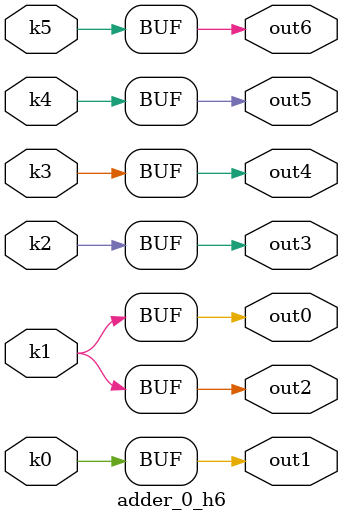
<source format=v>
module adder_0(pi00, pi01, pi02, pi03, pi04, pi05, pi06, pi07, pi08, pi09, pi10, po0, po1, po2, po3, po4, po5, po6);
input pi00, pi01, pi02, pi03, pi04, pi05, pi06, pi07, pi08, pi09, pi10;
output po0, po1, po2, po3, po4, po5, po6;
wire k0, k1, k2, k3, k4, k5;
adder_0_w6 DUT1 (pi00, pi01, pi02, pi03, pi04, pi05, pi06, pi07, pi08, pi09, pi10, k0, k1, k2, k3, k4, k5);
adder_0_h6 DUT2 (k0, k1, k2, k3, k4, k5, po0, po1, po2, po3, po4, po5, po6);
endmodule

module adder_0_w6(in10, in9, in8, in7, in6, in5, in4, in3, in2, in1, in0, k5, k4, k3, k2, k1, k0);
input in10, in9, in8, in7, in6, in5, in4, in3, in2, in1, in0;
output k5, k4, k3, k2, k1, k0;
assign k0 =   ((~in6 | ~in2) & (((~in7 | ~in3) & (((~in9 | ~in5) & ((~in1 & ((~in10 & (~in4 | ~in8)) | (in0 & ~in8))) | (in0 & ~in4))) | (~in4 & (~in8 | (~in9 & ~in5))) | (~in9 & ~in5 & ~in8))) | (~in7 & ~in3))) | (~in6 & ~in2);
assign k1 =   ((in6 ^ in2) & (((in7 | in3) & (((in9 | in5) & ((~in0 & ((in10 & (in4 | in8)) | (in1 & in8))) | (in1 & in4))) | (in4 & (in8 | (in9 & in5))) | (in9 & in5 & in8))) | (in7 & in3))) | ((~in6 ^ in2) & ((~in7 & ~in3) | ((~in7 | ~in3) & (((~in9 | ~in5) & ((~in1 & ((~in10 & (~in4 | ~in8)) | (in0 & ~in8))) | (in0 & ~in4))) | (~in4 & (~in8 | (~in9 & ~in5))) | (~in9 & ~in5 & ~in8)))));
assign k2 =   ((in7 ^ in3) & (((in9 | in5) & ((~in0 & ((in10 & (in4 | in8)) | (in1 & in8))) | (in1 & in4))) | (in4 & (in8 | (in9 & in5))) | (in9 & in5 & in8))) | ((~in7 ^ in3) & (((~in9 | ~in5) & ((~in1 & ((~in10 & (~in4 | ~in8)) | (in0 & ~in8))) | (in0 & ~in4))) | (~in4 & (~in8 | (~in9 & ~in5))) | (~in9 & ~in5 & ~in8)));
assign k3 =   ((in4 ^ in8) & ((in10 & ~in0 & (in9 | in5)) | (in9 & in5))) | (in1 & (in9 | in5) & ((in4 & ~in8) | (~in0 & ~in4 & in8))) | ((~in4 ^ in8) & ((~in9 & ~in5) | (~in10 & ~in1 & (~in9 | ~in5)))) | (in0 & (~in9 | ~in5) & ((~in4 & ~in8) | (~in1 & in4 & in8)));
assign k4 =   (~in0 & (in9 ^ in5) & (in10 | in1)) | (~in1 & (~in9 ^ in5) & (~in10 | in0));
assign k5 =   (~in10 & (in1 | in0)) | (~in1 & ~in0 & in10);
endmodule

module adder_0_h6(k5, k4, k3, k2, k1, k0, out6, out5, out4, out3, out2, out1, out0);
input k5, k4, k3, k2, k1, k0;
output out6, out5, out4, out3, out2, out1, out0;
assign out0 = k1;
assign out1 = k0;
assign out2 = k1;
assign out3 = k2;
assign out4 = k3;
assign out5 = k4;
assign out6 = k5;
endmodule

</source>
